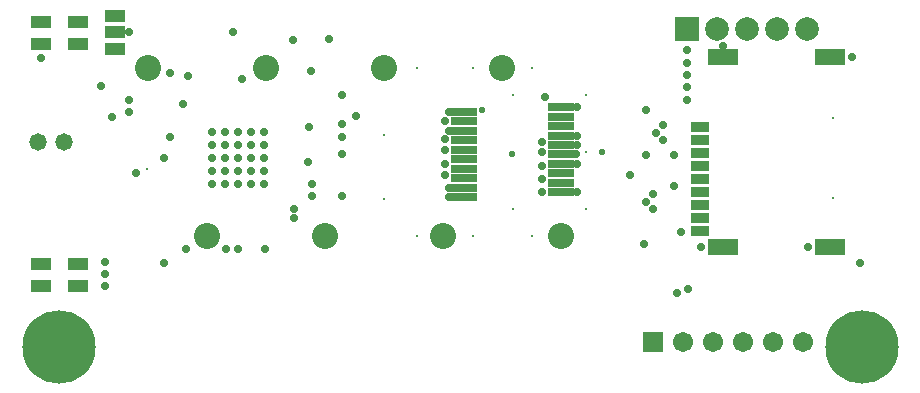
<source format=gts>
G04*
G04 #@! TF.GenerationSoftware,Altium Limited,Altium Designer,22.8.2 (66)*
G04*
G04 Layer_Color=8388736*
%FSLAX44Y44*%
%MOMM*%
G71*
G04*
G04 #@! TF.SameCoordinates,69D5640E-4D3D-4872-97FD-B36DD4CC5FE0*
G04*
G04*
G04 #@! TF.FilePolarity,Negative*
G04*
G01*
G75*
%ADD18R,1.7018X1.0160*%
%ADD19R,2.2032X0.7032*%
%ADD20R,2.6032X1.3232*%
%ADD21R,1.6032X0.8232*%
%ADD22R,1.7032X1.1032*%
%ADD23C,0.2032*%
%ADD24C,2.2032*%
%ADD25C,1.7032*%
%ADD26R,2.0032X2.0032*%
%ADD27C,2.0032*%
%ADD28R,1.7032X1.7032*%
%ADD29C,6.2032*%
%ADD30C,0.5532*%
%ADD31C,0.7032*%
%ADD32C,1.4732*%
G36*
X763524Y966470D02*
X757428Y962406D01*
X755396D01*
Y970534D01*
X757936D01*
X763524Y966470D01*
D02*
G37*
G36*
Y980440D02*
X757428Y976376D01*
X755396D01*
Y984504D01*
X757936D01*
X763524Y980440D01*
D02*
G37*
G36*
Y994410D02*
X757428Y990346D01*
X755396D01*
Y998474D01*
X757936D01*
X763524Y994410D01*
D02*
G37*
D18*
X762889D02*
D03*
Y966470D02*
D03*
Y980440D02*
D03*
D19*
X1140580Y916740D02*
D03*
Y908740D02*
D03*
Y900740D02*
D03*
Y892740D02*
D03*
Y884740D02*
D03*
X1058580Y840740D02*
D03*
Y848740D02*
D03*
Y856740D02*
D03*
Y864740D02*
D03*
Y872740D02*
D03*
Y880740D02*
D03*
Y888740D02*
D03*
Y896740D02*
D03*
Y904740D02*
D03*
X1140580Y876740D02*
D03*
Y868740D02*
D03*
Y860740D02*
D03*
Y852740D02*
D03*
Y844740D02*
D03*
X1058580Y912740D02*
D03*
D20*
X1367790Y959490D02*
D03*
X1277790D02*
D03*
X1367790Y797990D02*
D03*
X1277790D02*
D03*
D21*
X1257790Y866790D02*
D03*
Y811790D02*
D03*
Y833790D02*
D03*
Y844790D02*
D03*
Y855790D02*
D03*
Y877790D02*
D03*
Y888790D02*
D03*
Y822790D02*
D03*
Y899790D02*
D03*
D22*
X700182Y988610D02*
D03*
X731182Y970610D02*
D03*
Y988610D02*
D03*
X700182Y970610D02*
D03*
X731182Y783810D02*
D03*
Y765810D02*
D03*
X700182Y783810D02*
D03*
Y765810D02*
D03*
D23*
X1099580Y830740D02*
D03*
Y926740D02*
D03*
X1115580Y949990D02*
D03*
X1065580D02*
D03*
X1018580D02*
D03*
X1161580Y926740D02*
D03*
Y878740D02*
D03*
Y830740D02*
D03*
X1115580Y807490D02*
D03*
X1065580D02*
D03*
X1018580D02*
D03*
X990580Y893190D02*
D03*
Y839190D02*
D03*
X789580Y864190D02*
D03*
X1370754Y907990D02*
D03*
Y839990D02*
D03*
D24*
X790580Y949990D02*
D03*
X890580D02*
D03*
X990580D02*
D03*
X1090580D02*
D03*
X1040580Y807490D02*
D03*
X1140580D02*
D03*
X940580D02*
D03*
X840580D02*
D03*
D25*
X1243970Y718180D02*
D03*
X1269370D02*
D03*
X1294770D02*
D03*
X1320170D02*
D03*
X1345570D02*
D03*
D26*
X1247140Y982980D02*
D03*
D27*
X1323340D02*
D03*
X1348740D02*
D03*
X1297940D02*
D03*
X1272540D02*
D03*
D28*
X1218570Y718180D02*
D03*
D29*
X1395010Y713740D02*
D03*
X715010D02*
D03*
D30*
X1073746Y914488D02*
D03*
X1099312Y876808D02*
D03*
X1174750Y878840D02*
D03*
D31*
X926084Y870458D02*
D03*
X780288Y861060D02*
D03*
X1153610Y884740D02*
D03*
X1153414Y876808D02*
D03*
X1127252Y925322D02*
D03*
X1124204Y887476D02*
D03*
Y856096D02*
D03*
X928370Y947674D02*
D03*
X943610Y974852D02*
D03*
X913130Y973582D02*
D03*
X862330Y980694D02*
D03*
X869950Y940308D02*
D03*
X824926Y943224D02*
D03*
X808990Y945642D02*
D03*
X760222Y908812D02*
D03*
X774446Y912876D02*
D03*
Y923036D02*
D03*
X751332Y934720D02*
D03*
X955040Y891540D02*
D03*
Y877570D02*
D03*
Y902335D02*
D03*
Y927100D02*
D03*
X1198880Y859536D02*
D03*
X1220470Y895350D02*
D03*
X1247140Y964946D02*
D03*
X1247648Y763016D02*
D03*
X1238250Y759460D02*
D03*
X1212088Y836930D02*
D03*
X927354Y899668D02*
D03*
X1124204Y844790D02*
D03*
Y878709D02*
D03*
Y867403D02*
D03*
X1153610Y892740D02*
D03*
Y844740D02*
D03*
Y868740D02*
D03*
X1045550Y896740D02*
D03*
Y912740D02*
D03*
Y848740D02*
D03*
Y840740D02*
D03*
X1042160Y868740D02*
D03*
Y880740D02*
D03*
Y889510D02*
D03*
Y904740D02*
D03*
Y859280D02*
D03*
X700182Y958850D02*
D03*
X1235710Y875890D02*
D03*
X1242060Y811530D02*
D03*
X914400Y822960D02*
D03*
Y830580D02*
D03*
X808990Y891540D02*
D03*
X1210570Y801110D02*
D03*
X820420Y919480D02*
D03*
X929640Y852170D02*
D03*
Y842010D02*
D03*
X1217930Y830390D02*
D03*
X1218040Y843390D02*
D03*
X754380Y786130D02*
D03*
Y775970D02*
D03*
Y765810D02*
D03*
X1212180Y875890D02*
D03*
Y914400D02*
D03*
X1393190Y784860D02*
D03*
X1247140Y944118D02*
D03*
Y933704D02*
D03*
Y923290D02*
D03*
Y954532D02*
D03*
X1235970Y849890D02*
D03*
X1226820Y901890D02*
D03*
X1153610Y916740D02*
D03*
X822960Y796890D02*
D03*
X803910Y873760D02*
D03*
X774700Y980440D02*
D03*
X1349170Y797990D02*
D03*
X1259170D02*
D03*
X1386410Y959490D02*
D03*
X955040Y842010D02*
D03*
X966470Y909320D02*
D03*
X889550Y796710D02*
D03*
X856940D02*
D03*
X867100D02*
D03*
X1226820Y889000D02*
D03*
X1277620Y969010D02*
D03*
X803910Y784860D02*
D03*
X889050Y896040D02*
D03*
X878050D02*
D03*
X867050D02*
D03*
X856050D02*
D03*
X845050D02*
D03*
X889050Y885040D02*
D03*
X878050D02*
D03*
X867050D02*
D03*
X856050D02*
D03*
X845050D02*
D03*
X889050Y874040D02*
D03*
X878050D02*
D03*
X867050D02*
D03*
X856050D02*
D03*
X845050D02*
D03*
X889050Y863040D02*
D03*
X878050D02*
D03*
X867050D02*
D03*
X856050D02*
D03*
X845050D02*
D03*
X889050Y852040D02*
D03*
X878050D02*
D03*
X867050D02*
D03*
X856050D02*
D03*
X845050D02*
D03*
D32*
X697230Y887290D02*
D03*
X719650D02*
D03*
M02*

</source>
